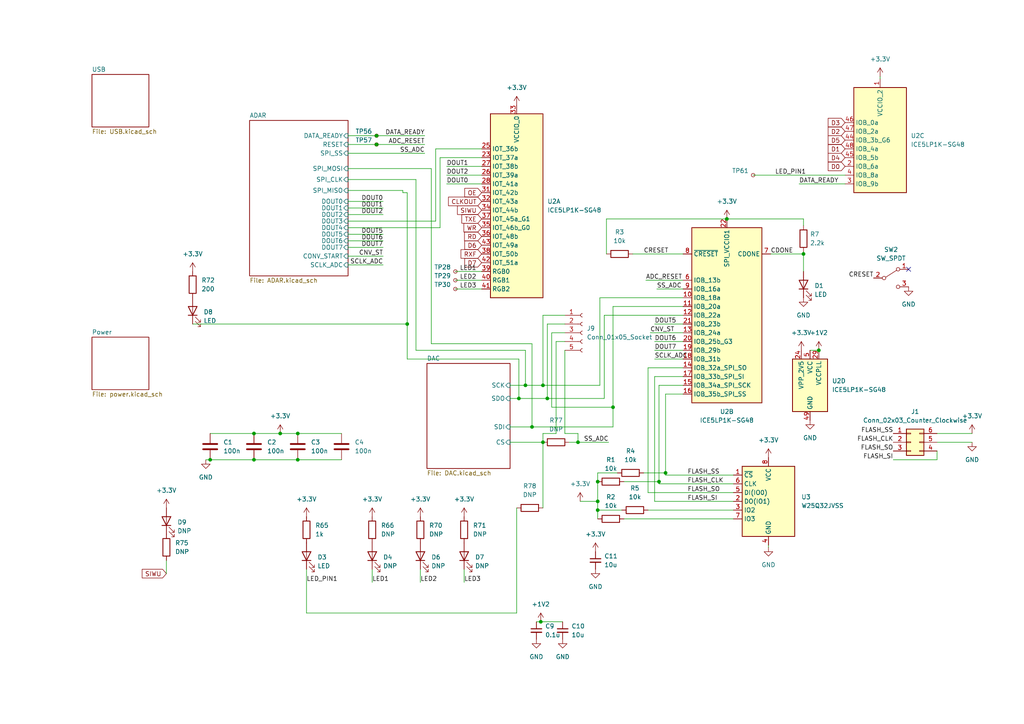
<source format=kicad_sch>
(kicad_sch (version 20231120) (generator "eeschema") (generator_version "8.0")
  (paper "A4")
  (lib_symbols
    (symbol "Connector:Conn_01x05_Socket" (pin_names (offset 1.016) hide)
      (property "Reference" "J" (at 0 7.62 0))
      (property "Value" "Conn_01x05_Socket" (at 0 -7.62 0))
      (symbol "Conn_01x05_Socket_1_1"
        (arc (start 0 -4.572) (mid -0.5058 -5.08) (end 0 -5.588) (stroke (width 0.1524)))
        (arc (start 0 -2.032) (mid -0.5058 -2.54) (end 0 -3.048) (stroke (width 0.1524)))
        (polyline (pts (xy -1.27 -5.08) (xy -0.508 -5.08)) (stroke (width 0.1524)))
        (polyline (pts (xy -1.27 -2.54) (xy -0.508 -2.54)) (stroke (width 0.1524)))
        (polyline (pts (xy -1.27 0) (xy -0.508 0)) (stroke (width 0.1524)))
        (polyline (pts (xy -1.27 2.54) (xy -0.508 2.54)) (stroke (width 0.1524)))
        (polyline (pts (xy -1.27 5.08) (xy -0.508 5.08)) (stroke (width 0.1524)))
        (arc (start 0 0.508) (mid -0.5058 0) (end 0 -0.508) (stroke (width 0.1524)))
        (arc (start 0 3.048) (mid -0.5058 2.54) (end 0 2.032) (stroke (width 0.1524)))
        (arc (start 0 5.588) (mid -0.5058 5.08) (end 0 4.572) (stroke (width 0.1524)))
        (pin passive line (at -5.08 5.08 0) (length 3.81) (name "Pin_1") (number "1"))
        (pin passive line (at -5.08 2.54 0) (length 3.81) (name "Pin_2") (number "2"))
        (pin passive line (at -5.08 0 0) (length 3.81) (name "Pin_3") (number "3"))
        (pin passive line (at -5.08 -2.54 0) (length 3.81) (name "Pin_4") (number "4"))
        (pin passive line (at -5.08 -5.08 0) (length 3.81) (name "Pin_5") (number "5"))
      )
    )
    (symbol "Connector:TestPoint_Small" (pin_numbers hide) (pin_names (offset 0.762) hide)
      (property "Reference" "TP" (at 0 3.81 0))
      (property "Value" "TestPoint_Small" (at 0 2.032 0))
      (symbol "TestPoint_Small_0_1"
        (circle (center 0 0) (radius 0.508))
      )
      (symbol "TestPoint_Small_1_1"
        (pin passive line (at 0 0 90) (length 0) (name "1") (number "1"))
      )
    )
    (symbol "Connector_Generic:Conn_02x03_Counter_Clockwise" (pin_names (offset 1.016) hide)
      (property "Reference" "J" (at 1.27 5.08 0))
      (property "Value" "Conn_02x03_Counter_Clockwise" (at 1.27 -5.08 0))
      (symbol "Conn_02x03_Counter_Clockwise_1_1"
        (rectangle (start -1.27 -2.413) (end 0 -2.667) (stroke (width 0.1524)))
        (rectangle (start -1.27 0.127) (end 0 -0.127) (stroke (width 0.1524)))
        (rectangle (start -1.27 2.667) (end 0 2.413) (stroke (width 0.1524)))
        (rectangle (start -1.27 3.81) (end 3.81 -3.81) (stroke (width 0.254)) (fill (type background)))
        (rectangle (start 3.81 -2.413) (end 2.54 -2.667) (stroke (width 0.1524)))
        (rectangle (start 3.81 0.127) (end 2.54 -0.127) (stroke (width 0.1524)))
        (rectangle (start 3.81 2.667) (end 2.54 2.413) (stroke (width 0.1524)))
        (pin passive line (at -5.08 2.54 0) (length 3.81) (name "Pin_1") (number "1"))
        (pin passive line (at -5.08 0 0) (length 3.81) (name "Pin_2") (number "2"))
        (pin passive line (at -5.08 -2.54 0) (length 3.81) (name "Pin_3") (number "3"))
        (pin passive line (at 7.62 -2.54 180) (length 3.81) (name "Pin_4") (number "4"))
        (pin passive line (at 7.62 0 180) (length 3.81) (name "Pin_5") (number "5"))
        (pin passive line (at 7.62 2.54 180) (length 3.81) (name "Pin_6") (number "6"))
      )
    )
    (symbol "Device:C" (pin_numbers hide) (pin_names (offset 0.254))
      (property "Reference" "C" (at 0.635 2.54 0))
      (property "Value" "C" (at 0.635 -2.54 0))
      (symbol "C_0_1"
        (polyline (pts (xy -2.032 -0.762) (xy 2.032 -0.762)) (stroke (width 0.508)))
        (polyline (pts (xy -2.032 0.762) (xy 2.032 0.762)) (stroke (width 0.508)))
      )
      (symbol "C_1_1"
        (pin passive line (at 0 3.81 270) (length 2.794) (name "~") (number "1"))
        (pin passive line (at 0 -3.81 90) (length 2.794) (name "~") (number "2"))
      )
    )
    (symbol "Device:C_Small" (pin_numbers hide) (pin_names (offset 0.254) hide)
      (property "Reference" "C" (at 0.254 1.778 0))
      (property "Value" "C_Small" (at 0.254 -2.032 0))
      (symbol "C_Small_0_1"
        (polyline (pts (xy -1.524 -0.508) (xy 1.524 -0.508)) (stroke (width 0.3302)))
        (polyline (pts (xy -1.524 0.508) (xy 1.524 0.508)) (stroke (width 0.3048)))
      )
      (symbol "C_Small_1_1"
        (pin passive line (at 0 2.54 270) (length 2.032) (name "~") (number "1"))
        (pin passive line (at 0 -2.54 90) (length 2.032) (name "~") (number "2"))
      )
    )
    (symbol "Device:LED" (pin_numbers hide) (pin_names (offset 1.016) hide)
      (property "Reference" "D" (at 0 2.54 0))
      (property "Value" "LED" (at 0 -2.54 0))
      (symbol "LED_0_1"
        (polyline (pts (xy -1.27 -1.27) (xy -1.27 1.27)) (stroke (width 0.254)))
        (polyline (pts (xy -1.27 0) (xy 1.27 0)))
        (polyline (pts (xy 1.27 -1.27) (xy 1.27 1.27) (xy -1.27 0) (xy 1.27 -1.27)) (stroke (width 0.254)))
        (polyline (pts (xy -3.048 -0.762) (xy -4.572 -2.286) (xy -3.81 -2.286) (xy -4.572 -2.286) (xy -4.572 -1.524)))
        (polyline (pts (xy -1.778 -0.762) (xy -3.302 -2.286) (xy -2.54 -2.286) (xy -3.302 -2.286) (xy -3.302 -1.524)))
      )
      (symbol "LED_1_1"
        (pin passive line (at -3.81 0 0) (length 2.54) (name "K") (number "1"))
        (pin passive line (at 3.81 0 180) (length 2.54) (name "A") (number "2"))
      )
    )
    (symbol "Device:R" (pin_numbers hide) (pin_names (offset 0))
      (property "Reference" "R" (at 2.032 0 90))
      (property "Value" "R" (at 0 0 90))
      (symbol "R_0_1"
        (rectangle (start -1.016 -2.54) (end 1.016 2.54) (stroke (width 0.254)))
      )
      (symbol "R_1_1"
        (pin passive line (at 0 3.81 270) (length 1.27) (name "~") (number "1"))
        (pin passive line (at 0 -3.81 90) (length 1.27) (name "~") (number "2"))
      )
    )
    (symbol "FPGA_Lattice:ICE5LP1K-SG48"
      (property "Reference" "U" (at -8.89 -29.21 0))
      (property "Value" "ICE5LP1K-SG48" (at 0 -31.75 0))
      (symbol "ICE5LP1K-SG48_1_1"
        (rectangle (start -7.62 25.4) (end 7.62 -27.94) (stroke (width 0.254)) (fill (type background)))
        (pin bidirectional line (at -10.16 12.7 0) (length 2.54) (name "IOT_37a") (number "23"))
        (pin bidirectional line (at -10.16 15.24 0) (length 2.54) (name "IOT_36b") (number "25"))
        (pin bidirectional line (at -10.16 7.62 0) (length 2.54) (name "IOT_39a") (number "26"))
        (pin bidirectional line (at -10.16 10.16 0) (length 2.54) (name "IOT_38b") (number "27"))
        (pin bidirectional line (at -10.16 5.08 0) (length 2.54) (name "IOT_41a") (number "28"))
        (pin bidirectional line (at -10.16 2.54 0) (length 2.54) (name "IOT_42b") (number "31"))
        (pin bidirectional line (at -10.16 0 0) (length 2.54) (name "IOT_43a") (number "32"))
        (pin power_in line (at 0 27.94 270) (length 2.54) (name "VCCIO_0") (number "33"))
        (pin bidirectional line (at -10.16 -2.54 0) (length 2.54) (name "IOT_44b") (number "34"))
        (pin bidirectional line (at -10.16 -7.62 0) (length 2.54) (name "IOT_46b_G0") (number "35"))
        (pin bidirectional line (at -10.16 -10.16 0) (length 2.54) (name "IOT_48b") (number "36"))
        (pin bidirectional line (at -10.16 -5.08 0) (length 2.54) (name "IOT_45a_G1") (number "37"))
        (pin bidirectional line (at -10.16 -15.24 0) (length 2.54) (name "IOT_50b") (number "38"))
        (pin open_collector line (at -10.16 -20.32 0) (length 2.54) (name "RGB0") (number "39"))
        (pin open_collector line (at -10.16 -22.86 0) (length 2.54) (name "RGB1") (number "40"))
        (pin open_collector line (at -10.16 -25.4 0) (length 2.54) (name "RGB2") (number "41"))
        (pin bidirectional line (at -10.16 -17.78 0) (length 2.54) (name "IOT_51a") (number "42"))
        (pin bidirectional line (at -10.16 -12.7 0) (length 2.54) (name "IOT_49a") (number "43"))
      )
      (symbol "ICE5LP1K-SG48_2_1"
        (rectangle (start -10.16 25.4) (end 10.16 -25.4) (stroke (width 0.254)) (fill (type background)))
        (pin bidirectional line (at -12.7 5.08 0) (length 2.54) (name "IOB_18a") (number "10"))
        (pin bidirectional line (at -12.7 2.54 0) (length 2.54) (name "IOB_20a") (number "11"))
        (pin bidirectional line (at -12.7 0 0) (length 2.54) (name "IOB_22a") (number "12"))
        (pin bidirectional line (at -12.7 -5.08 0) (length 2.54) (name "IOB_24a") (number "13"))
        (pin bidirectional line (at -12.7 -15.24 0) (length 2.54) (name "IOB_32a_SPI_SO") (number "14"))
        (pin bidirectional line (at -12.7 -20.32 0) (length 2.54) (name "IOB_34a_SPI_SCK") (number "15"))
        (pin bidirectional line (at -12.7 -22.86 0) (length 2.54) (name "IOB_35b_SPI_SS") (number "16"))
        (pin bidirectional line (at -12.7 -17.78 0) (length 2.54) (name "IOB_33b_SPI_SI") (number "17"))
        (pin bidirectional line (at -12.7 -12.7 0) (length 2.54) (name "IOB_31b") (number "18"))
        (pin bidirectional line (at -12.7 -10.16 0) (length 2.54) (name "IOB_29b") (number "19"))
        (pin bidirectional line (at -12.7 -7.62 0) (length 2.54) (name "IOB_25b_G3") (number "20"))
        (pin bidirectional line (at -12.7 -2.54 0) (length 2.54) (name "IOB_23b") (number "21"))
        (pin power_in line (at 0 27.94 270) (length 2.54) (name "SPI_VCCIO1") (number "22"))
        (pin bidirectional line (at -12.7 10.16 0) (length 2.54) (name "IOB_13b") (number "6"))
        (pin open_collector line (at 12.7 17.78 180) (length 2.54) (name "CDONE") (number "7"))
        (pin input line (at -12.7 17.78 0) (length 2.54) (name "~{CRESET}") (number "8"))
        (pin bidirectional line (at -12.7 7.62 0) (length 2.54) (name "IOB_16a") (number "9"))
      )
      (symbol "ICE5LP1K-SG48_3_1"
        (rectangle (start -7.62 15.24) (end 7.62 -15.24) (stroke (width 0.254)) (fill (type background)))
        (pin power_in line (at 0 17.78 270) (length 2.54) (name "VCCIO_2") (number "1"))
        (pin bidirectional line (at -10.16 -7.62 0) (length 2.54) (name "IOB_6a") (number "2"))
        (pin bidirectional line (at -10.16 -12.7 0) (length 2.54) (name "IOB_9b") (number "3"))
        (pin bidirectional line (at -10.16 -10.16 0) (length 2.54) (name "IOB_8a") (number "4"))
        (pin bidirectional line (at -10.16 0 0) (length 2.54) (name "IOB_3b_G6") (number "44"))
        (pin bidirectional line (at -10.16 -5.08 0) (length 2.54) (name "IOB_5b") (number "45"))
        (pin bidirectional line (at -10.16 5.08 0) (length 2.54) (name "IOB_0a") (number "46"))
        (pin bidirectional line (at -10.16 2.54 0) (length 2.54) (name "IOB_2a") (number "47"))
        (pin bidirectional line (at -10.16 -2.54 0) (length 2.54) (name "IOB_4a") (number "48"))
      )
      (symbol "ICE5LP1K-SG48_4_1"
        (rectangle (start -5.08 7.62) (end 5.08 -7.62) (stroke (width 0.254)) (fill (type background)))
        (pin power_in line (at -2.54 10.16 270) (length 2.54) (name "VPP_2V5") (number "24"))
        (pin power_out line (at 2.54 10.16 270) (length 2.54) (name "VCCPLL") (number "29"))
        (pin passive line (at 0 10.16 270) (length 2.54) hide (name "VCC") (number "30"))
        (pin power_in line (at 0 -10.16 90) (length 2.54) (name "GND") (number "49"))
        (pin power_in line (at 0 10.16 270) (length 2.54) (name "VCC") (number "5"))
      )
    )
    (symbol "Memory_Flash:W25Q32JVSS"
      (property "Reference" "U" (at -6.35 11.43 0))
      (property "Value" "W25Q32JVSS" (at 7.62 11.43 0))
      (symbol "W25Q32JVSS_0_1"
        (rectangle (start -7.62 10.16) (end 7.62 -10.16) (stroke (width 0.254)) (fill (type background)))
      )
      (symbol "W25Q32JVSS_1_1"
        (pin input line (at -10.16 7.62 0) (length 2.54) (name "~{CS}") (number "1"))
        (pin bidirectional line (at -10.16 0 0) (length 2.54) (name "DO(IO1)") (number "2"))
        (pin bidirectional line (at -10.16 -2.54 0) (length 2.54) (name "IO2") (number "3"))
        (pin power_in line (at 0 -12.7 90) (length 2.54) (name "GND") (number "4"))
        (pin bidirectional line (at -10.16 2.54 0) (length 2.54) (name "DI(IO0)") (number "5"))
        (pin input line (at -10.16 5.08 0) (length 2.54) (name "CLK") (number "6"))
        (pin bidirectional line (at -10.16 -5.08 0) (length 2.54) (name "IO3") (number "7"))
        (pin power_in line (at 0 12.7 270) (length 2.54) (name "VCC") (number "8"))
      )
    )
    (symbol "Switch:SW_SPDT" (pin_names (offset 0) hide)
      (property "Reference" "SW" (at 0 4.318 0))
      (property "Value" "SW_SPDT" (at 0 -5.08 0))
      (symbol "SW_SPDT_0_0"
        (circle (center -2.032 0) (radius 0.508))
        (circle (center 2.032 -2.54) (radius 0.508))
      )
      (symbol "SW_SPDT_0_1"
        (polyline (pts (xy -1.524 0.254) (xy 1.651 2.286)))
        (circle (center 2.032 2.54) (radius 0.508))
      )
      (symbol "SW_SPDT_1_1"
        (pin passive line (at 5.08 2.54 180) (length 2.54) (name "A") (number "1"))
        (pin passive line (at -5.08 0 0) (length 2.54) (name "B") (number "2"))
        (pin passive line (at 5.08 -2.54 180) (length 2.54) (name "C") (number "3"))
      )
    )
    (symbol "power:+1V2" (power) (pin_names (offset 0))
      (property "Value" "+1V2" (at 0 3.556 0))
      (symbol "+1V2_0_1"
        (polyline (pts (xy -0.762 1.27) (xy 0 2.54)))
        (polyline (pts (xy 0 0) (xy 0 2.54)))
        (polyline (pts (xy 0 2.54) (xy 0.762 1.27)))
      )
      (symbol "+1V2_1_1"
        (pin power_in line (at 0 0 90) (length 0) hide (name "+1V2") (number "1"))
      )
    )
    (symbol "power:+3.3V" (power) (pin_names (offset 0))
      (property "Value" "+3.3V" (at 0 3.556 0))
      (symbol "+3.3V_0_1"
        (polyline (pts (xy -0.762 1.27) (xy 0 2.54)))
        (polyline (pts (xy 0 0) (xy 0 2.54)))
        (polyline (pts (xy 0 2.54) (xy 0.762 1.27)))
      )
      (symbol "+3.3V_1_1"
        (pin power_in line (at 0 0 90) (length 0) hide (name "+3.3V") (number "1"))
      )
    )
    (symbol "power:GND" (power) (pin_names (offset 0))
      (property "Value" "GND" (at 0 -3.81 0))
      (symbol "GND_0_1"
        (polyline (pts (xy 0 0) (xy 0 -1.27) (xy 1.27 -1.27) (xy 0 -2.54) (xy -1.27 -1.27) (xy 0 -1.27)))
      )
      (symbol "GND_1_1"
        (pin power_in line (at 0 0 270) (length 0) hide (name "GND") (number "1"))
      )
    )
  )
  (junction (at 237.49 101.6))
  (junction (at 150.495 115.57))
  (junction (at 86.36 133.35))
  (junction (at 193.04 137.16))
  (junction (at 191.135 139.7))
  (junction (at 86.36 125.73))
  (junction (at 109.22 41.91))
  (junction (at 167.64 128.27))
  (junction (at 157.48 128.27))
  (junction (at 81.28 125.73))
  (junction (at 157.48 111.76))
  (junction (at 60.96 133.35))
  (junction (at 173.355 145.415))
  (junction (at 109.22 39.37))
  (junction (at 156.845 180.34))
  (junction (at 158.75 115.57))
  (junction (at 118.11 93.98))
  (junction (at 210.82 63.5))
  (junction (at 152.4 111.76))
  (junction (at 233.045 73.66))
  (junction (at 154.305 123.825))
  (junction (at 73.66 133.35))
  (junction (at 173.355 147.955))
  (junction (at 177.8 118.11))
  (junction (at 73.66 125.73))
  (junction (at 173.355 139.7))
  (no_connect (at 263.525 78.105))
  (wire (pts (xy 60.96 125.73) (xy 73.66 125.73)))
  (wire (pts (xy 163.83 96.52) (xy 160.02 96.52)))
  (wire (pts (xy 167.64 128.27) (xy 176.53 128.27)))
  (wire (pts (xy 100.965 60.325) (xy 111.125 60.325)))
  (wire (pts (xy 163.83 125.73) (xy 167.64 125.73)))
  (wire (pts (xy 222.885 158.115) (xy 222.885 158.75)))
  (wire (pts (xy 107.95 168.91) (xy 107.95 165.1)))
  (wire (pts (xy 109.22 41.91) (xy 123.19 41.91)))
  (wire (pts (xy 234.95 101.6) (xy 237.49 101.6)))
  (wire (pts (xy 158.75 115.57) (xy 175.26 115.57)))
  (wire (pts (xy 233.045 73.025) (xy 233.045 73.66)))
  (wire (pts (xy 100.965 71.755) (xy 111.125 71.755)))
  (wire (pts (xy 173.355 147.955) (xy 173.355 150.495)))
  (wire (pts (xy 152.4 111.76) (xy 157.48 111.76)))
  (wire (pts (xy 129.54 48.26) (xy 139.7 48.26)))
  (wire (pts (xy 157.48 111.76) (xy 173.99 111.76)))
  (wire (pts (xy 163.83 101.6) (xy 163.83 125.73)))
  (wire (pts (xy 189.865 109.22) (xy 198.12 109.22)))
  (wire (pts (xy 163.83 93.98) (xy 158.75 93.98)))
  (wire (pts (xy 118.11 93.98) (xy 118.11 104.14)))
  (wire (pts (xy 55.88 93.98) (xy 118.11 93.98)))
  (wire (pts (xy 167.64 125.73) (xy 167.64 128.27)))
  (wire (pts (xy 132.08 81.28) (xy 139.7 81.28)))
  (wire (pts (xy 154.305 99.695) (xy 154.305 123.825)))
  (wire (pts (xy 175.895 73.66) (xy 175.895 63.5)))
  (wire (pts (xy 100.965 39.37) (xy 109.22 39.37)))
  (wire (pts (xy 177.8 123.825) (xy 154.305 123.825)))
  (wire (pts (xy 189.865 145.415) (xy 189.865 109.22)))
  (wire (pts (xy 126.365 43.18) (xy 139.7 43.18)))
  (wire (pts (xy 161.29 99.06) (xy 161.29 125.73)))
  (wire (pts (xy 173.355 145.415) (xy 173.355 147.955)))
  (wire (pts (xy 255.27 22.86) (xy 255.27 22.225)))
  (wire (pts (xy 183.515 73.66) (xy 198.12 73.66)))
  (wire (pts (xy 126.365 43.18) (xy 126.365 64.135)))
  (wire (pts (xy 180.975 139.7) (xy 191.135 139.7)))
  (wire (pts (xy 175.895 63.5) (xy 210.82 63.5)))
  (wire (pts (xy 100.965 74.295) (xy 111.125 74.295)))
  (wire (pts (xy 158.75 115.57) (xy 150.495 115.57)))
  (wire (pts (xy 100.965 67.945) (xy 111.125 67.945)))
  (wire (pts (xy 189.865 93.98) (xy 198.12 93.98)))
  (wire (pts (xy 116.84 55.88) (xy 116.84 55.245)))
  (wire (pts (xy 129.54 50.8) (xy 139.7 50.8)))
  (wire (pts (xy 118.11 104.14) (xy 150.495 104.14)))
  (wire (pts (xy 179.07 137.16) (xy 173.355 137.16)))
  (wire (pts (xy 198.12 106.68) (xy 187.96 106.68)))
  (wire (pts (xy 150.495 115.57) (xy 147.955 115.57)))
  (wire (pts (xy 163.83 91.44) (xy 157.48 91.44)))
  (wire (pts (xy 120.65 101.6) (xy 152.4 101.6)))
  (wire (pts (xy 161.29 125.73) (xy 157.48 125.73)))
  (wire (pts (xy 59.69 133.35) (xy 60.96 133.35)))
  (wire (pts (xy 116.84 55.88) (xy 118.11 55.88)))
  (wire (pts (xy 100.965 66.04) (xy 127.635 66.04)))
  (wire (pts (xy 191.135 111.76) (xy 191.135 139.7)))
  (wire (pts (xy 271.78 125.73) (xy 281.94 125.73)))
  (wire (pts (xy 158.75 93.98) (xy 158.75 115.57)))
  (wire (pts (xy 233.045 73.66) (xy 233.045 78.74)))
  (wire (pts (xy 189.865 101.6) (xy 198.12 101.6)))
  (wire (pts (xy 210.82 63.5) (xy 233.045 63.5)))
  (wire (pts (xy 100.965 52.07) (xy 120.65 52.07)))
  (wire (pts (xy 147.955 111.76) (xy 152.4 111.76)))
  (wire (pts (xy 100.965 58.42) (xy 111.125 58.42)))
  (wire (pts (xy 125.095 99.695) (xy 154.305 99.695)))
  (wire (pts (xy 86.36 133.35) (xy 99.06 133.35)))
  (wire (pts (xy 100.965 69.85) (xy 111.125 69.85)))
  (wire (pts (xy 100.965 48.895) (xy 125.095 48.895)))
  (wire (pts (xy 187.96 106.68) (xy 187.96 142.875)))
  (wire (pts (xy 60.96 133.35) (xy 73.66 133.35)))
  (wire (pts (xy 109.22 39.37) (xy 123.19 39.37)))
  (wire (pts (xy 149.86 177.8) (xy 88.9 177.8)))
  (wire (pts (xy 173.355 137.16) (xy 173.355 139.7)))
  (wire (pts (xy 177.8 88.9) (xy 177.8 118.11)))
  (wire (pts (xy 125.095 48.895) (xy 125.095 99.695)))
  (wire (pts (xy 188.595 96.52) (xy 198.12 96.52)))
  (wire (pts (xy 233.045 63.5) (xy 233.045 65.405)))
  (wire (pts (xy 152.4 101.6) (xy 152.4 111.76)))
  (wire (pts (xy 88.9 165.1) (xy 88.9 177.8)))
  (wire (pts (xy 191.135 139.7) (xy 191.135 140.335)))
  (wire (pts (xy 173.355 147.955) (xy 180.34 147.955)))
  (wire (pts (xy 193.04 114.3) (xy 198.12 114.3)))
  (wire (pts (xy 259.08 133.35) (xy 271.78 133.35)))
  (wire (pts (xy 127.635 45.72) (xy 127.635 66.04)))
  (wire (pts (xy 100.965 44.45) (xy 123.19 44.45)))
  (wire (pts (xy 187.96 147.955) (xy 212.725 147.955)))
  (wire (pts (xy 132.08 78.74) (xy 139.7 78.74)))
  (wire (pts (xy 175.26 91.44) (xy 175.26 115.57)))
  (wire (pts (xy 189.865 104.14) (xy 198.12 104.14)))
  (wire (pts (xy 150.495 104.14) (xy 150.495 115.57)))
  (wire (pts (xy 120.65 52.07) (xy 120.65 101.6)))
  (wire (pts (xy 212.725 137.795) (xy 193.04 137.795)))
  (wire (pts (xy 157.48 128.27) (xy 157.48 147.32)))
  (wire (pts (xy 177.8 88.9) (xy 198.12 88.9)))
  (wire (pts (xy 157.48 125.73) (xy 157.48 128.27)))
  (wire (pts (xy 100.965 64.135) (xy 126.365 64.135)))
  (wire (pts (xy 271.78 128.27) (xy 281.94 128.27)))
  (wire (pts (xy 147.955 128.27) (xy 157.48 128.27)))
  (wire (pts (xy 81.28 125.73) (xy 86.36 125.73)))
  (wire (pts (xy 191.135 140.335) (xy 212.725 140.335)))
  (wire (pts (xy 231.775 53.34) (xy 245.11 53.34)))
  (wire (pts (xy 156.845 180.34) (xy 163.195 180.34)))
  (wire (pts (xy 198.12 111.76) (xy 191.135 111.76)))
  (wire (pts (xy 118.11 55.88) (xy 118.11 93.98)))
  (wire (pts (xy 116.84 55.245) (xy 100.965 55.245)))
  (wire (pts (xy 175.26 91.44) (xy 198.12 91.44)))
  (wire (pts (xy 160.02 96.52) (xy 160.02 118.11)))
  (wire (pts (xy 127.635 45.72) (xy 139.7 45.72)))
  (wire (pts (xy 48.26 166.37) (xy 48.26 162.56)))
  (wire (pts (xy 186.69 137.16) (xy 193.04 137.16)))
  (wire (pts (xy 180.975 150.495) (xy 212.725 150.495)))
  (wire (pts (xy 165.1 128.27) (xy 167.64 128.27)))
  (wire (pts (xy 173.355 139.7) (xy 173.355 145.415)))
  (wire (pts (xy 193.04 137.16) (xy 193.04 114.3)))
  (wire (pts (xy 121.92 168.91) (xy 121.92 165.1)))
  (wire (pts (xy 86.36 125.73) (xy 99.06 125.73)))
  (wire (pts (xy 160.02 118.11) (xy 177.8 118.11)))
  (wire (pts (xy 223.52 73.66) (xy 233.045 73.66)))
  (wire (pts (xy 100.965 62.23) (xy 111.125 62.23)))
  (wire (pts (xy 271.78 133.35) (xy 271.78 130.81)))
  (wire (pts (xy 187.325 81.28) (xy 198.12 81.28)))
  (wire (pts (xy 73.66 125.73) (xy 81.28 125.73)))
  (wire (pts (xy 134.62 168.91) (xy 134.62 165.1)))
  (wire (pts (xy 163.83 99.06) (xy 161.29 99.06)))
  (wire (pts (xy 177.8 118.11) (xy 177.8 123.825)))
  (wire (pts (xy 212.725 145.415) (xy 189.865 145.415)))
  (wire (pts (xy 173.99 86.36) (xy 198.12 86.36)))
  (wire (pts (xy 100.965 76.835) (xy 111.125 76.835)))
  (wire (pts (xy 155.575 180.34) (xy 156.845 180.34)))
  (wire (pts (xy 193.04 137.795) (xy 193.04 137.16)))
  (wire (pts (xy 100.965 41.91) (xy 109.22 41.91)))
  (wire (pts (xy 157.48 91.44) (xy 157.48 111.76)))
  (wire (pts (xy 190.5 83.82) (xy 198.12 83.82)))
  (wire (pts (xy 218.44 50.8) (xy 245.11 50.8)))
  (wire (pts (xy 73.66 133.35) (xy 86.36 133.35)))
  (wire (pts (xy 132.08 83.82) (xy 139.7 83.82)))
  (wire (pts (xy 129.54 53.34) (xy 139.7 53.34)))
  (wire (pts (xy 149.86 147.32) (xy 149.86 177.8)))
  (wire (pts (xy 168.275 145.415) (xy 173.355 145.415)))
  (wire (pts (xy 154.305 123.825) (xy 147.955 123.825)))
  (wire (pts (xy 187.96 142.875) (xy 212.725 142.875)))
  (wire (pts (xy 189.865 99.06) (xy 198.12 99.06)))
  (wire (pts (xy 173.99 86.36) (xy 173.99 111.76)))
  (label "DOUT0" (at 111.125 58.42 180))
  (label "DOUT5" (at 189.865 93.98 0))
  (label "DOUT1" (at 111.125 60.325 180))
  (label "FLASH_CLK" (at 199.39 140.335 0))
  (label "LED_PIN1" (at 88.9 168.91 0))
  (label "LED_PIN1" (at 224.79 50.8 0))
  (label "LED2" (at 133.35 81.28 0))
  (label "SS_ADC" (at 123.19 44.45 180))
  (label "DOUT6" (at 189.865 99.06 0))
  (label "DOUT1" (at 129.54 48.26 0))
  (label "CDONE" (at 223.52 73.66 0))
  (label "LED1" (at 133.35 78.74 0))
  (label "FLASH_SO" (at 199.39 142.875 0))
  (label "DATA_READY" (at 231.775 53.34 0))
  (label "CRESET" (at 253.365 80.645 180))
  (label "DOUT7" (at 111.125 71.755 180))
  (label "SCLK_ADC" (at 111.125 76.835 180))
  (label "LED1" (at 107.95 168.91 0))
  (label "LED3" (at 134.62 168.91 0))
  (label "FLASH_SO" (at 259.08 130.81 180))
  (label "DATA_READY" (at 123.19 39.37 180))
  (label "CRESET" (at 186.69 73.66 0))
  (label "FLASH_SI" (at 199.39 145.415 0))
  (label "DOUT2" (at 129.54 50.8 0))
  (label "LED3" (at 133.35 83.82 0))
  (label "SS_ADC" (at 190.5 83.82 0))
  (label "CNV_ST" (at 111.125 74.295 180))
  (label "DOUT6" (at 111.125 69.85 180))
  (label "ADC_RESET" (at 187.325 81.28 0))
  (label "DOUT0" (at 129.54 53.34 0))
  (label "FLASH_SS" (at 199.39 137.795 0))
  (label "DOUT2" (at 111.125 62.23 180))
  (label "FLASH_CLK" (at 259.08 128.27 180))
  (label "SS_ADC" (at 176.53 128.27 180))
  (label "ADC_RESET" (at 123.19 41.91 180))
  (label "FLASH_SI" (at 259.08 133.35 180))
  (label "DOUT5" (at 111.125 67.945 180))
  (label "LED2" (at 121.92 168.91 0))
  (label "DOUT7" (at 189.865 101.6 0))
  (label "CNV_ST" (at 188.595 96.52 0))
  (label "FLASH_SS" (at 259.08 125.73 180))
  (label "SCLK_ADC" (at 189.865 104.14 0))
  (global_label "D4" (shape input) (at 245.11 45.72 180) (property "Intersheetrefs" "${INTERSHEET_REFS}" (effects (hide yes))))
  (global_label "D7" (shape input) (at 139.7 76.2 180) (property "Intersheetrefs" "${INTERSHEET_REFS}" (effects (hide yes))))
  (global_label "SIWU" (shape input) (at 48.26 166.37 180) (property "Intersheetrefs" "${INTERSHEET_REFS}" (effects (hide yes))))
  (global_label "SIWU" (shape input) (at 139.7 60.96 180) (property "Intersheetrefs" "${INTERSHEET_REFS}" (effects (hide yes))))
  (global_label "CLKOUT" (shape input) (at 139.7 58.42 180) (property "Intersheetrefs" "${INTERSHEET_REFS}" (effects (hide yes))))
  (global_label "D0" (shape input) (at 245.11 48.26 180) (property "Intersheetrefs" "${INTERSHEET_REFS}" (effects (hide yes))))
  (global_label "D3" (shape input) (at 245.11 35.56 180) (property "Intersheetrefs" "${INTERSHEET_REFS}" (effects (hide yes))))
  (global_label "D1" (shape input) (at 245.11 43.18 180) (property "Intersheetrefs" "${INTERSHEET_REFS}" (effects (hide yes))))
  (global_label "WR" (shape input) (at 139.7 66.04 180) (property "Intersheetrefs" "${INTERSHEET_REFS}" (effects (hide yes))))
  (global_label "D2" (shape input) (at 245.11 38.1 180) (property "Intersheetrefs" "${INTERSHEET_REFS}" (effects (hide yes))))
  (global_label "RXF" (shape input) (at 139.7 73.66 180) (property "Intersheetrefs" "${INTERSHEET_REFS}" (effects (hide yes))))
  (global_label "D5" (shape input) (at 245.11 40.64 180) (property "Intersheetrefs" "${INTERSHEET_REFS}" (effects (hide yes))))
  (global_label "D6" (shape input) (at 139.7 71.12 180) (property "Intersheetrefs" "${INTERSHEET_REFS}" (effects (hide yes))))
  (global_label "TXE" (shape input) (at 139.7 63.5 180) (property "Intersheetrefs" "${INTERSHEET_REFS}" (effects (hide yes))))
  (global_label "OE" (shape input) (at 139.7 55.88 180) (property "Intersheetrefs" "${INTERSHEET_REFS}" (effects (hide yes))))
  (global_label "RD" (shape input) (at 139.7 68.58 180) (property "Intersheetrefs" "${INTERSHEET_REFS}" (effects (hide yes))))
  (symbol (lib_id "power:+3.3V") (at 232.41 101.6 0) (unit 1)
    (property "Reference" "#PWR021" (effects (hide yes)))
    (property "Value" "+3.3V" (at 232.41 96.52 0))
  )
  (symbol (lib_id "Device:LED") (at 55.88 90.17 90) (unit 1)
    (property "Reference" "D8" (at 59.055 90.4875 90) (effects (justify right)))
    (property "Value" "LED" (at 59.055 93.0275 90) (effects (justify right)))
    (property "Footprint" "LED_SMD:LED_1206_3216Metric" (effects (hide yes)))
  )
  (symbol (lib_id "Device:LED") (at 233.045 82.55 90) (unit 1)
    (property "Reference" "D1" (at 236.22 82.8675 90) (effects (justify right)))
    (property "Value" "LED" (at 236.22 85.4075 90) (effects (justify right)))
    (property "Footprint" "LED_SMD:LED_1206_3216Metric" (effects (hide yes)))
  )
  (symbol (lib_id "power:+3.3V") (at 281.94 125.73 0) (unit 1)
    (property "Reference" "#PWR028" (effects (hide yes)))
    (property "Value" "+3.3V" (at 281.94 120.65 0))
  )
  (symbol (lib_id "power:+3.3V") (at 149.86 30.48 0) (unit 1)
    (property "Reference" "#PWR08" (effects (hide yes)))
    (property "Value" "+3.3V" (at 149.86 25.4 0))
  )
  (symbol (lib_id "FPGA_Lattice:ICE5LP1K-SG48") (at 149.86 58.42 0) (unit 1)
    (property "Reference" "U2" (at 158.75 58.42 0) (effects (justify left)))
    (property "Value" "ICE5LP1K-SG48" (at 158.75 60.96 0) (effects (justify left)))
    (property "Footprint" "Package_DFN_QFN:QFN-48-1EP_7x7mm_P0.5mm_EP5.6x5.6mm" (effects (hide yes)))
    (property "Datasheet" "http://www.latticesemi.com/Products/FPGAandCPLD/iCE40Ultra" (effects (hide yes)))
  )
  (symbol (lib_id "power:+3.3V") (at 55.88 78.74 0) (unit 1)
    (property "Reference" "#PWR0149" (effects (hide yes)))
    (property "Value" "+3.3V" (at 55.88 73.66 0))
  )
  (symbol (lib_id "power:+3.3V") (at 48.26 147.32 0) (unit 1)
    (property "Reference" "#PWR0150" (effects (hide yes)))
    (property "Value" "+3.3V" (at 48.26 142.24 0))
  )
  (symbol (lib_id "Device:R") (at 107.95 153.67 0) (unit 1)
    (property "Reference" "R66" (at 110.49 152.4 0) (effects (justify left)))
    (property "Value" "DNP" (at 110.49 154.94 0) (effects (justify left)))
    (property "Footprint" "Resistor_SMD:R_0603_1608Metric" (effects (hide yes)))
  )
  (symbol (lib_id "FPGA_Lattice:ICE5LP1K-SG48") (at 210.82 91.44 0) (unit 2)
    (property "Reference" "U2" (at 210.82 119.38 0))
    (property "Value" "ICE5LP1K-SG48" (at 210.82 121.92 0))
    (property "Footprint" "Package_DFN_QFN:QFN-48-1EP_7x7mm_P0.5mm_EP5.6x5.6mm" (effects (hide yes)))
    (property "Datasheet" "http://www.latticesemi.com/Products/FPGAandCPLD/iCE40Ultra" (effects (hide yes)))
  )
  (symbol (lib_id "Device:R") (at 177.165 150.495 270) (unit 1)
    (property "Reference" "R2" (at 177.165 144.145 90))
    (property "Value" "10k" (at 177.165 146.685 90))
    (property "Footprint" "Resistor_SMD:R_0603_1608Metric" (effects (hide yes)))
  )
  (symbol (lib_id "Device:R") (at 184.15 147.955 270) (unit 1)
    (property "Reference" "R5" (at 184.15 141.605 90))
    (property "Value" "10k" (at 184.15 144.145 90))
    (property "Footprint" "Resistor_SMD:R_0603_1608Metric" (effects (hide yes)))
  )
  (symbol (lib_id "Connector:TestPoint_Small") (at 109.22 41.91 0) (mirror x) (unit 1)
    (property "Reference" "TP57" (at 107.95 40.64 0) (effects (justify right)))
    (property "Value" "TestPoint_Small" (effects (hide yes)))
    (property "Footprint" "TestPoint:TestPoint_Pad_1.0x1.0mm" (effects (hide yes)))
  )
  (symbol (lib_id "Device:R") (at 55.88 82.55 0) (unit 1)
    (property "Reference" "R72" (at 58.42 81.28 0) (effects (justify left)))
    (property "Value" "200" (at 58.42 83.82 0) (effects (justify left)))
    (property "Footprint" "Resistor_SMD:R_0603_1608Metric" (effects (hide yes)))
  )
  (symbol (lib_id "power:+3.3V") (at 210.82 63.5 0) (unit 1)
    (property "Reference" "#PWR017" (effects (hide yes)))
    (property "Value" "+3.3V" (at 210.82 58.42 0))
  )
  (symbol (lib_id "Memory_Flash:W25Q32JVSS") (at 222.885 145.415 0) (unit 1)
    (property "Reference" "U3" (at 232.41 144.145 0) (effects (justify left)))
    (property "Value" "W25Q32JVSS" (at 232.41 146.685 0) (effects (justify left)))
    (property "Footprint" "Package_SO:SOIC-8_5.23x5.23mm_P1.27mm" (effects (hide yes)))
    (property "Datasheet" "http://www.winbond.com/resource-files/w25q32jv%20revg%2003272018%20plus.pdf" (effects (hide yes)))
  )
  (symbol (lib_id "Device:R") (at 161.29 128.27 270) (unit 1)
    (property "Reference" "R77" (at 161.29 121.92 90))
    (property "Value" "DNP" (at 161.29 124.46 90))
    (property "Footprint" "Resistor_SMD:R_0603_1608Metric" (effects (hide yes)))
  )
  (symbol (lib_id "Device:C") (at 73.66 129.54 0) (unit 1)
    (property "Reference" "C2" (at 77.47 128.27 0) (effects (justify left)))
    (property "Value" "100n" (at 77.47 130.81 0) (effects (justify left)))
    (property "Footprint" "Capacitor_SMD:C_0603_1608Metric" (effects (hide yes)))
  )
  (symbol (lib_id "power:+3.3V") (at 134.62 149.86 0) (unit 1)
    (property "Reference" "#PWR0148" (effects (hide yes)))
    (property "Value" "+3.3V" (at 134.62 144.78 0))
  )
  (symbol (lib_id "Device:LED") (at 121.92 161.29 90) (unit 1)
    (property "Reference" "D6" (at 125.095 161.6075 90) (effects (justify right)))
    (property "Value" "DNP" (at 125.095 164.1475 90) (effects (justify right)))
    (property "Footprint" "LED_SMD:LED_1206_3216Metric" (effects (hide yes)))
  )
  (symbol (lib_id "power:+3.3V") (at 168.275 145.415 0) (unit 1)
    (property "Reference" "#PWR015" (effects (hide yes)))
    (property "Value" "+3.3V" (at 168.275 140.335 0))
  )
  (symbol (lib_id "power:GND") (at 233.045 86.36 0) (unit 1)
    (property "Reference" "#PWR022" (effects (hide yes)))
    (property "Value" "GND" (at 233.045 91.44 0))
  )
  (symbol (lib_id "Connector:TestPoint_Small") (at 132.08 78.74 0) (mirror x) (unit 1)
    (property "Reference" "TP28" (at 130.81 77.47 0) (effects (justify right)))
    (property "Value" "TestPoint_Small" (effects (hide yes)))
    (property "Footprint" "TestPoint:TestPoint_Pad_1.0x1.0mm" (effects (hide yes)))
  )
  (symbol (lib_id "Switch:SW_SPDT") (at 258.445 80.645 0) (unit 1)
    (property "Reference" "SW2" (at 258.445 72.39 0))
    (property "Value" "SW_SPDT" (at 258.445 74.93 0))
    (property "Footprint" "Connector_PinHeader_2.54mm:PinHeader_1x03_P2.54mm_Vertical" (effects (hide yes)))
  )
  (symbol (lib_id "Device:R") (at 233.045 69.215 0) (unit 1)
    (property "Reference" "R7" (at 234.95 67.945 0) (effects (justify left)))
    (property "Value" "2.2k" (at 234.95 70.485 0) (effects (justify left)))
    (property "Footprint" "Resistor_SMD:R_0603_1608Metric" (effects (hide yes)))
  )
  (symbol (lib_id "Device:R") (at 88.9 153.67 0) (unit 1)
    (property "Reference" "R65" (at 91.44 152.4 0) (effects (justify left)))
    (property "Value" "1k" (at 91.44 154.94 0) (effects (justify left)))
    (property "Footprint" "Resistor_SMD:R_0603_1608Metric" (effects (hide yes)))
  )
  (symbol (lib_id "Device:C") (at 60.96 129.54 0) (unit 1)
    (property "Reference" "C1" (at 64.77 128.27 0) (effects (justify left)))
    (property "Value" "100n" (at 64.77 130.81 0) (effects (justify left)))
    (property "Footprint" "Capacitor_SMD:C_0603_1608Metric" (effects (hide yes)))
  )
  (symbol (lib_id "Device:C") (at 99.06 129.54 0) (unit 1)
    (property "Reference" "C4" (at 102.87 128.27 0) (effects (justify left)))
    (property "Value" "100n" (at 102.87 130.81 0) (effects (justify left)))
    (property "Footprint" "Capacitor_SMD:C_0603_1608Metric" (effects (hide yes)))
  )
  (symbol (lib_id "power:+3.3V") (at 81.28 125.73 0) (unit 1)
    (property "Reference" "#PWR04" (effects (hide yes)))
    (property "Value" "+3.3V" (at 81.28 120.65 0))
  )
  (symbol (lib_id "Connector:TestPoint_Small") (at 132.08 81.28 0) (mirror x) (unit 1)
    (property "Reference" "TP29" (at 130.81 80.01 0) (effects (justify right)))
    (property "Value" "TestPoint_Small" (effects (hide yes)))
    (property "Footprint" "TestPoint:TestPoint_Pad_1.0x1.0mm" (effects (hide yes)))
  )
  (symbol (lib_id "power:GND") (at 222.885 158.75 0) (unit 1)
    (property "Reference" "#PWR020" (effects (hide yes)))
    (property "Value" "GND" (at 222.885 163.83 0))
  )
  (symbol (lib_id "power:+3.3V") (at 121.92 149.86 0) (unit 1)
    (property "Reference" "#PWR0144" (effects (hide yes)))
    (property "Value" "+3.3V" (at 121.92 144.78 0))
  )
  (symbol (lib_id "Connector:Conn_01x05_Socket") (at 168.91 96.52 0) (unit 1)
    (property "Reference" "J9" (at 170.18 95.25 0) (effects (justify left)))
    (property "Value" "Conn_01x05_Socket" (at 170.18 97.79 0) (effects (justify left)))
    (property "Footprint" "Connector_PinSocket_2.54mm:PinSocket_1x05_P2.54mm_Vertical" (effects (hide yes)))
  )
  (symbol (lib_id "power:+3.3V") (at 222.885 132.715 0) (unit 1)
    (property "Reference" "#PWR019" (effects (hide yes)))
    (property "Value" "+3.3V" (at 222.885 127.635 0))
  )
  (symbol (lib_id "Device:LED") (at 107.95 161.29 90) (unit 1)
    (property "Reference" "D4" (at 111.125 161.6075 90) (effects (justify right)))
    (property "Value" "DNP" (at 111.125 164.1475 90) (effects (justify right)))
    (property "Footprint" "LED_SMD:LED_1206_3216Metric" (effects (hide yes)))
  )
  (symbol (lib_id "power:GND") (at 172.72 165.1 0) (unit 1)
    (property "Reference" "#PWR014" (effects (hide yes)))
    (property "Value" "GND" (at 172.72 170.18 0))
  )
  (symbol (lib_id "Connector:TestPoint_Small") (at 218.44 50.8 0) (mirror x) (unit 1)
    (property "Reference" "TP61" (at 217.17 49.53 0) (effects (justify right)))
    (property "Value" "TestPoint_Small" (effects (hide yes)))
    (property "Footprint" "TestPoint:TestPoint_Pad_1.0x1.0mm" (effects (hide yes)))
  )
  (symbol (lib_id "FPGA_Lattice:ICE5LP1K-SG48") (at 234.95 111.76 0) (unit 4)
    (property "Reference" "U2" (at 241.3 110.49 0) (effects (justify left)))
    (property "Value" "ICE5LP1K-SG48" (at 241.3 113.03 0) (effects (justify left)))
    (property "Footprint" "Package_DFN_QFN:QFN-48-1EP_7x7mm_P0.5mm_EP5.6x5.6mm" (effects (hide yes)))
    (property "Datasheet" "http://www.latticesemi.com/Products/FPGAandCPLD/iCE40Ultra" (effects (hide yes)))
  )
  (symbol (lib_id "Device:C_Small") (at 172.72 162.56 0) (unit 1)
    (property "Reference" "C11" (at 175.26 161.2963 0) (effects (justify left)))
    (property "Value" "10u" (at 175.26 163.8363 0) (effects (justify left)))
    (property "Footprint" "Capacitor_SMD:C_0603_1608Metric" (effects (hide yes)))
  )
  (symbol (lib_id "power:GND") (at 155.575 185.42 0) (unit 1)
    (property "Reference" "#PWR010" (effects (hide yes)))
    (property "Value" "GND" (at 155.575 190.5 0))
  )
  (symbol (lib_id "Device:C_Small") (at 155.575 182.88 0) (unit 1)
    (property "Reference" "C9" (at 158.115 181.6163 0) (effects (justify left)))
    (property "Value" "0.1u" (at 158.115 184.1563 0) (effects (justify left)))
    (property "Footprint" "Capacitor_SMD:C_0603_1608Metric" (effects (hide yes)))
  )
  (symbol (lib_id "Device:R") (at 48.26 158.75 0) (unit 1)
    (property "Reference" "R75" (at 50.8 157.48 0) (effects (justify left)))
    (property "Value" "DNP" (at 50.8 160.02 0) (effects (justify left)))
    (property "Footprint" "Resistor_SMD:R_0603_1608Metric" (effects (hide yes)))
  )
  (symbol (lib_id "FPGA_Lattice:ICE5LP1K-SG48") (at 255.27 40.64 0) (unit 3)
    (property "Reference" "U2" (at 264.16 39.37 0) (effects (justify left)))
    (property "Value" "ICE5LP1K-SG48" (at 264.16 41.91 0) (effects (justify left)))
    (property "Footprint" "Package_DFN_QFN:QFN-48-1EP_7x7mm_P0.5mm_EP5.6x5.6mm" (effects (hide yes)))
    (property "Datasheet" "http://www.latticesemi.com/Products/FPGAandCPLD/iCE40Ultra" (effects (hide yes)))
  )
  (symbol (lib_id "power:+3.3V") (at 88.9 149.86 0) (unit 1)
    (property "Reference" "#PWR0142" (effects (hide yes)))
    (property "Value" "+3.3V" (at 88.9 144.78 0))
  )
  (symbol (lib_id "Device:R") (at 177.165 139.7 270) (unit 1)
    (property "Reference" "R1" (at 177.165 133.35 90))
    (property "Value" "10k" (at 177.165 135.89 90))
    (property "Footprint" "Resistor_SMD:R_0603_1608Metric" (effects (hide yes)))
  )
  (symbol (lib_id "Connector_Generic:Conn_02x03_Counter_Clockwise") (at 264.16 128.27 0) (unit 1)
    (property "Reference" "J1" (at 265.43 119.38 0))
    (property "Value" "Conn_02x03_Counter_Clockwise" (at 265.43 121.92 0))
    (property "Footprint" "Connector_PinSocket_2.54mm:PinSocket_2x03_P2.54mm_Vertical" (effects (hide yes)))
  )
  (symbol (lib_id "power:+3.3V") (at 255.27 22.225 0) (unit 1)
    (property "Reference" "#PWR025" (effects (hide yes)))
    (property "Value" "+3.3V" (at 255.27 17.145 0))
  )
  (symbol (lib_id "Device:C") (at 86.36 129.54 0) (unit 1)
    (property "Reference" "C3" (at 90.17 128.27 0) (effects (justify left)))
    (property "Value" "100n" (at 90.17 130.81 0) (effects (justify left)))
    (property "Footprint" "Capacitor_SMD:C_0603_1608Metric" (effects (hide yes)))
  )
  (symbol (lib_id "Device:R") (at 179.705 73.66 90) (unit 1)
    (property "Reference" "R3" (at 179.705 67.31 90))
    (property "Value" "10k" (at 179.705 69.85 90))
    (property "Footprint" "Resistor_SMD:R_0603_1608Metric" (effects (hide yes)))
  )
  (symbol (lib_id "power:GND") (at 281.94 128.27 0) (unit 1)
    (property "Reference" "#PWR027" (effects (hide yes)))
    (property "Value" "GND" (at 281.94 133.35 0))
  )
  (symbol (lib_id "power:+3.3V") (at 172.72 160.02 0) (unit 1)
    (property "Reference" "#PWR012" (effects (hide yes)))
    (property "Value" "+3.3V" (at 172.72 154.94 0))
  )
  (symbol (lib_id "power:GND") (at 163.195 185.42 0) (unit 1)
    (property "Reference" "#PWR013" (effects (hide yes)))
    (property "Value" "GND" (at 163.195 190.5 0))
  )
  (symbol (lib_id "power:GND") (at 59.69 133.35 0) (unit 1)
    (property "Reference" "#PWR03" (effects (hide yes)))
    (property "Value" "GND" (at 59.69 138.43 0))
  )
  (symbol (lib_id "Device:LED") (at 134.62 161.29 90) (unit 1)
    (property "Reference" "D7" (at 137.795 161.6075 90) (effects (justify right)))
    (property "Value" "DNP" (at 137.795 164.1475 90) (effects (justify right)))
    (property "Footprint" "LED_SMD:LED_1206_3216Metric" (effects (hide yes)))
  )
  (symbol (lib_id "Connector:TestPoint_Small") (at 109.22 39.37 0) (mirror x) (unit 1)
    (property "Reference" "TP56" (at 107.95 38.1 0) (effects (justify right)))
    (property "Value" "TestPoint_Small" (effects (hide yes)))
    (property "Footprint" "TestPoint:TestPoint_Pad_1.0x1.0mm" (effects (hide yes)))
  )
  (symbol (lib_id "power:GND") (at 263.525 83.185 0) (unit 1)
    (property "Reference" "#PWR026" (effects (hide yes)))
    (property "Value" "GND" (at 263.525 88.265 0))
  )
  (symbol (lib_id "power:+1V2") (at 156.845 180.34 0) (unit 1)
    (property "Reference" "#PWR011" (effects (hide yes)))
    (property "Value" "+1V2" (at 156.845 175.26 0))
  )
  (symbol (lib_id "Device:LED") (at 88.9 161.29 90) (unit 1)
    (property "Reference" "D3" (at 92.075 161.6075 90) (effects (justify right)))
    (property "Value" "LED" (at 92.075 164.1475 90) (effects (justify right)))
    (property "Footprint" "LED_SMD:LED_1206_3216Metric" (effects (hide yes)))
  )
  (symbol (lib_id "Device:R") (at 182.88 137.16 270) (unit 1)
    (property "Reference" "R4" (at 182.88 130.81 90))
    (property "Value" "10k" (at 182.88 133.35 90))
    (property "Footprint" "Resistor_SMD:R_0603_1608Metric" (effects (hide yes)))
  )
  (symbol (lib_id "Device:R") (at 153.67 147.32 270) (unit 1)
    (property "Reference" "R78" (at 153.67 140.97 90))
    (property "Value" "DNP" (at 153.67 143.51 90))
    (property "Footprint" "Resistor_SMD:R_0603_1608Metric" (effects (hide yes)))
  )
  (symbol (lib_id "Device:LED") (at 48.26 151.13 90) (unit 1)
    (property "Reference" "D9" (at 51.435 151.4475 90) (effects (justify right)))
    (property "Value" "DNP" (at 51.435 153.9875 90) (effects (justify right)))
    (property "Footprint" "LED_SMD:LED_1206_3216Metric" (effects (hide yes)))
  )
  (symbol (lib_id "Connector:TestPoint_Small") (at 132.08 83.82 0) (mirror x) (unit 1)
    (property "Reference" "TP30" (at 130.81 82.55 0) (effects (justify right)))
    (property "Value" "TestPoint_Small" (effects (hide yes)))
    (property "Footprint" "TestPoint:TestPoint_Pad_1.0x1.0mm" (effects (hide yes)))
  )
  (symbol (lib_id "power:+3.3V") (at 107.95 149.86 0) (unit 1)
    (property "Reference" "#PWR0143" (effects (hide yes)))
    (property "Value" "+3.3V" (at 107.95 144.78 0))
  )
  (symbol (lib_id "power:GND") (at 234.95 121.92 0) (unit 1)
    (property "Reference" "#PWR023" (effects (hide yes)))
    (property "Value" "GND" (at 234.95 127 0))
  )
  (symbol (lib_id "Device:R") (at 134.62 153.67 0) (unit 1)
    (property "Reference" "R71" (at 137.16 152.4 0) (effects (justify left)))
    (property "Value" "DNP" (at 137.16 154.94 0) (effects (justify left)))
    (property "Footprint" "Resistor_SMD:R_0603_1608Metric" (effects (hide yes)))
  )
  (symbol (lib_id "power:+1V2") (at 237.49 101.6 0) (unit 1)
    (property "Reference" "#PWR024" (effects (hide yes)))
    (property "Value" "+1V2" (at 237.49 96.52 0))
  )
  (symbol (lib_id "Device:R") (at 121.92 153.67 0) (unit 1)
    (property "Reference" "R70" (at 124.46 152.4 0) (effects (justify left)))
    (property "Value" "DNP" (at 124.46 154.94 0) (effects (justify left)))
    (property "Footprint" "Resistor_SMD:R_0603_1608Metric" (effects (hide yes)))
  )
  (symbol (lib_id "Device:C_Small") (at 163.195 182.88 0) (unit 1)
    (property "Reference" "C10" (at 165.735 181.6163 0) (effects (justify left)))
    (property "Value" "10u" (at 165.735 184.1563 0) (effects (justify left)))
    (property "Footprint" "Capacitor_SMD:C_0603_1608Metric" (effects (hide yes)))
  )
  (sheet (at 72.39 34.925) (size 28.575 45.085) (stroke (width 0.1524))
    (property "Sheetname" "ADAR" (at 72.39 34.2134 0) (effects (justify left bottom)))
    (property "Sheetfile" "ADAR.kicad_sch" (at 72.39 80.5946 0) (effects (justify left top)))
    (pin "RESET" input (at 100.965 41.91 0))
    (pin "SPI_SS" input (at 100.965 44.45 0))
    (pin "SPI_MOSI" input (at 100.965 48.895 0))
    (pin "SPI_CLK" input (at 100.965 52.07 0))
    (pin "SPI_MISO" input (at 100.965 55.245 0))
    (pin "DOUT0" input (at 100.965 58.42 0))
    (pin "DOUT1" input (at 100.965 60.325 0))
    (pin "DOUT2" input (at 100.965 62.23 0))
    (pin "DOUT3" input (at 100.965 64.135 0))
    (pin "DOUT4" input (at 100.965 66.04 0))
    (pin "DOUT5" input (at 100.965 67.945 0))
    (pin "DOUT6" input (at 100.965 69.85 0))
    (pin "DOUT7" input (at 100.965 71.755 0))
    (pin "CONV_START" input (at 100.965 74.295 0))
    (pin "SCLK_ADC" input (at 100.965 76.835 0))
    (pin "DATA_READY" input (at 100.965 39.37 0))
  )
  (sheet (at 26.67 21.59) (size 16.51 15.24) (stroke (width 0.1524))
    (property "Sheetname" "USB" (at 26.67 20.8784 0) (effects (justify left bottom)))
    (property "Sheetfile" "USB.kicad_sch" (at 26.67 37.4146 0) (effects (justify left top)))
  )
  (sheet (at 26.67 97.79) (size 16.51 15.24) (stroke (width 0.1524))
    (property "Sheetname" "Power" (at 26.67 97.0784 0) (effects (justify left bottom)))
    (property "Sheetfile" "power.kicad_sch" (at 26.67 113.6146 0) (effects (justify left top)))
  )
  (sheet (at 123.825 105.41) (size 24.13 30.48) (stroke (width 0.1524))
    (property "Sheetname" "DAC" (at 123.825 104.6984 0) (effects (justify left bottom)))
    (property "Sheetfile" "DAC.kicad_sch" (at 123.825 136.4746 0) (effects (justify left top)))
    (pin "SCK" input (at 147.955 111.76 0))
    (pin "SDO" input (at 147.955 115.57 0))
    (pin "SDI" input (at 147.955 123.825 0))
    (pin "CS" input (at 147.955 128.27 0))
  )
)
</source>
